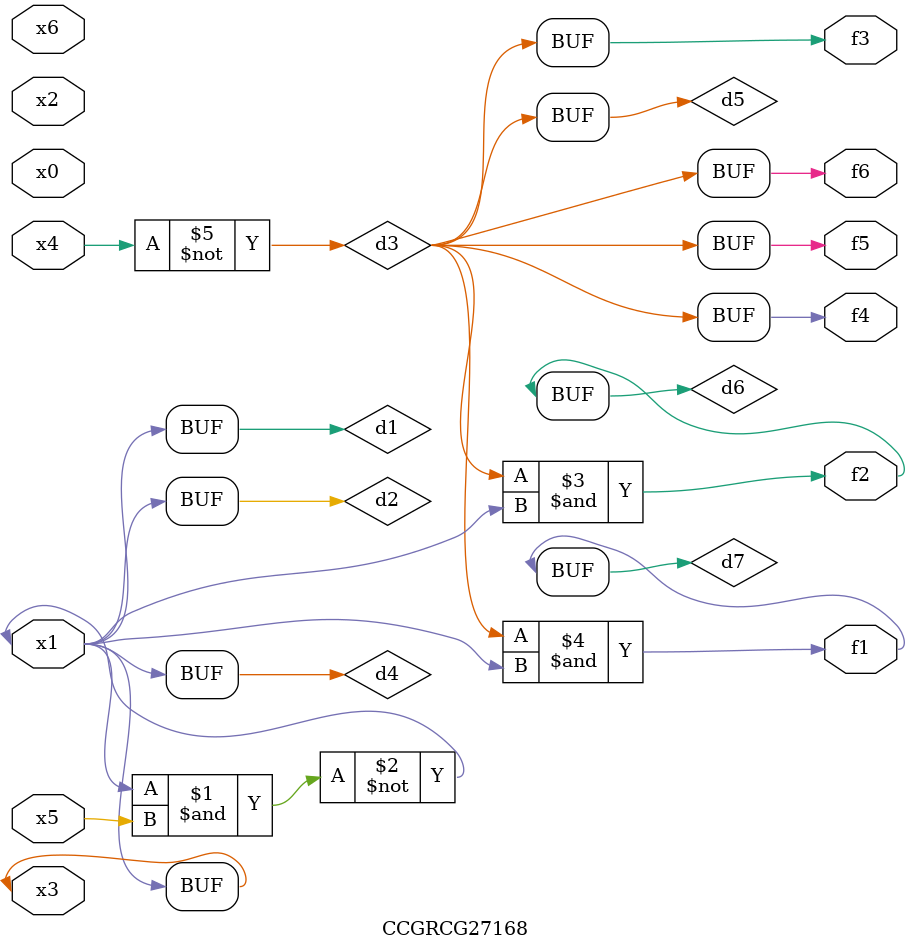
<source format=v>
module CCGRCG27168(
	input x0, x1, x2, x3, x4, x5, x6,
	output f1, f2, f3, f4, f5, f6
);

	wire d1, d2, d3, d4, d5, d6, d7;

	buf (d1, x1, x3);
	nand (d2, x1, x5);
	not (d3, x4);
	buf (d4, d1, d2);
	buf (d5, d3);
	and (d6, d3, d4);
	and (d7, d3, d4);
	assign f1 = d7;
	assign f2 = d6;
	assign f3 = d5;
	assign f4 = d5;
	assign f5 = d5;
	assign f6 = d5;
endmodule

</source>
